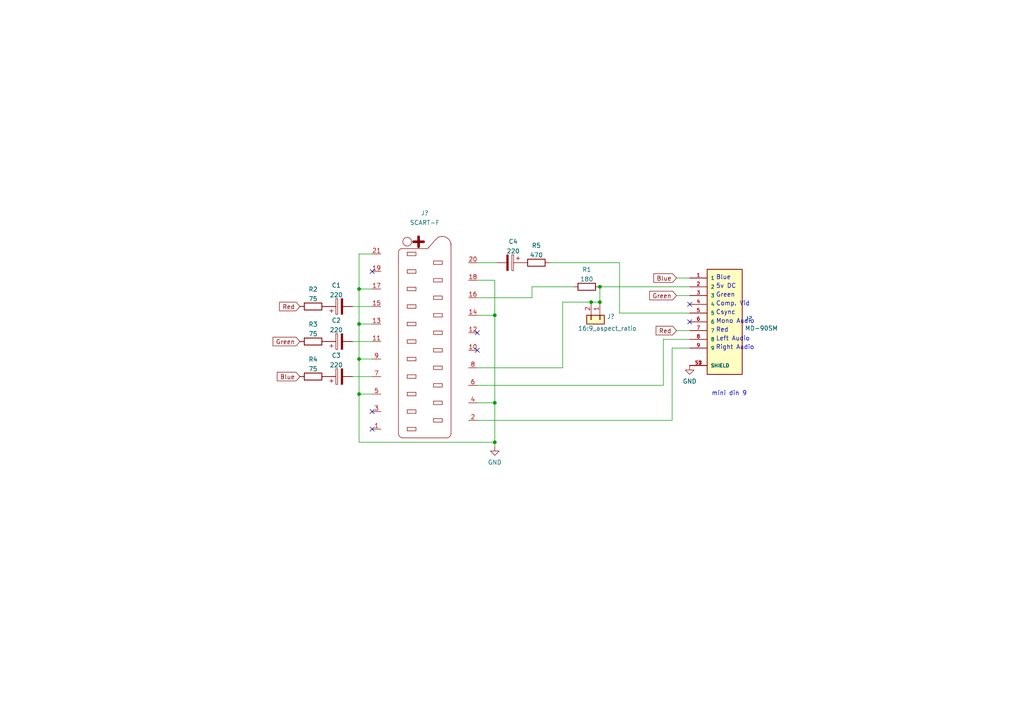
<source format=kicad_sch>
(kicad_sch (version 20211123) (generator eeschema)
  (paper "A4")
  (lib_symbols
    (symbol "Connector:SCART-F" (pin_names (offset 0.762) hide)
      (property "Reference" "J" (at 0 31.75 0))
      (property "Value" "SCART-F" (at 1.016 -29.21 0))
      (symbol "SCART-F_0_1"
        (arc (start -7.62 -26.67) (mid -7.248 -27.568) (end -6.35 -27.94))
        (arc (start -6.604 26.9494) (mid -7.3224 26.6518) (end -7.62 25.9334))
        (rectangle (start -5.08 -24.892) (end -2.54 -25.908))
        (rectangle (start -5.08 -19.812) (end -2.54 -20.828))
        (rectangle (start -5.08 -14.732) (end -2.54 -15.748))
        (rectangle (start -5.08 -9.652) (end -2.54 -10.668))
        (rectangle (start -5.08 -4.572) (end -2.54 -5.588))
        (rectangle (start -5.08 0.508) (end -2.54 -0.508))
        (rectangle (start -5.08 5.588) (end -2.54 4.572))
        (rectangle (start -5.08 10.668) (end -2.54 9.652))
        (rectangle (start -5.08 15.748) (end -2.54 14.732))
        (rectangle (start -5.08 20.828) (end -2.54 19.812))
        (rectangle (start -5.08 25.908) (end -2.54 24.892))
        (circle (center -5.08 28.956) (radius 1.27))
        (polyline (pts (xy -7.62 22.86) (xy -7.62 -26.67)))
        (polyline (pts (xy -7.62 22.86) (xy -7.62 24.13)))
        (polyline (pts (xy -7.62 24.6634) (xy -7.62 24.13)))
        (polyline (pts (xy -7.62 24.6634) (xy -7.62 25.9334)))
        (polyline (pts (xy -6.604 26.9494) (xy 0.508 26.9494)))
        (polyline (pts (xy -6.35 -27.94) (xy 6.35 -27.94)))
        (polyline (pts (xy 3.302 29.718) (xy 1.27 27.432)))
        (polyline (pts (xy 4.826 30.48) (xy 5.08 30.48)))
        (polyline (pts (xy 7.62 -26.67) (xy 7.62 28.2194)))
        (arc (start 0.508 26.924) (mid 0.955 27.0688) (end 1.2192 27.4574))
        (rectangle (start 2.54 -22.352) (end 5.08 -23.368))
        (rectangle (start 2.54 -17.272) (end 5.08 -18.288))
        (rectangle (start 2.54 -12.192) (end 5.08 -13.208))
        (rectangle (start 2.54 -7.112) (end 5.08 -8.128))
        (rectangle (start 2.54 -2.032) (end 5.08 -3.048))
        (rectangle (start 2.54 3.048) (end 5.08 2.032))
        (rectangle (start 2.54 8.128) (end 5.08 7.112))
        (rectangle (start 2.54 13.208) (end 5.08 12.192))
        (rectangle (start 2.54 18.288) (end 5.08 17.272))
        (rectangle (start 2.54 23.368) (end 5.08 22.352))
        (arc (start 4.826 30.48) (mid 4.0004 30.2733) (end 3.3782 29.6926))
        (arc (start 6.35 -27.94) (mid 7.248 -27.568) (end 7.62 -26.67))
        (arc (start 7.62 27.94) (mid 6.8761 29.7361) (end 5.08 30.48))
        (text "+" (at -1.778 29.21 0) (effects (font (size 3.81 3.81) bold)))
      )
      (symbol "SCART-F_1_1"
        (pin passive line (at -15.24 -25.4 0) (length 2.54) (name "P1") (number "1"))
        (pin passive line (at 15.24 -2.54 180) (length 2.54) (name "P10") (number "10"))
        (pin passive line (at -15.24 0 0) (length 2.54) (name "P11") (number "11"))
        (pin passive line (at 15.24 2.54 180) (length 2.54) (name "P12") (number "12"))
        (pin passive line (at -15.24 5.08 0) (length 2.54) (name "P13") (number "13"))
        (pin passive line (at 15.24 7.62 180) (length 2.54) (name "P14") (number "14"))
        (pin passive line (at -15.24 10.16 0) (length 2.54) (name "P15") (number "15"))
        (pin passive line (at 15.24 12.7 180) (length 2.54) (name "P16") (number "16"))
        (pin passive line (at -15.24 15.24 0) (length 2.54) (name "P17") (number "17"))
        (pin passive line (at 15.24 17.78 180) (length 2.54) (name "P18") (number "18"))
        (pin passive line (at -15.24 20.32 0) (length 2.54) (name "P19") (number "19"))
        (pin passive line (at 15.24 -22.86 180) (length 2.54) (name "P2") (number "2"))
        (pin passive line (at 15.24 22.86 180) (length 2.54) (name "P20") (number "20"))
        (pin passive line (at -15.24 25.4 0) (length 2.54) (name "P21") (number "21"))
        (pin passive line (at -15.24 -20.32 0) (length 2.54) (name "P3") (number "3"))
        (pin passive line (at 15.24 -17.78 180) (length 2.54) (name "P4") (number "4"))
        (pin passive line (at -15.24 -15.24 0) (length 2.54) (name "P5") (number "5"))
        (pin passive line (at 15.24 -12.7 180) (length 2.54) (name "P6") (number "6"))
        (pin passive line (at -15.24 -10.16 0) (length 2.54) (name "P7") (number "7"))
        (pin passive line (at 15.24 -7.62 180) (length 2.54) (name "P8") (number "8"))
        (pin passive line (at -15.24 -5.08 0) (length 2.54) (name "P9") (number "9"))
      )
    )
    (symbol "Connector_Generic:Conn_01x02" (pin_names (offset 1.016) hide)
      (property "Reference" "J" (at 0 2.54 0))
      (property "Value" "Conn_01x02" (at 0 -5.08 0))
      (symbol "Conn_01x02_1_1"
        (rectangle (start -1.27 -2.413) (end 0 -2.667) (stroke (width 0.1524)))
        (rectangle (start -1.27 0.127) (end 0 -0.127) (stroke (width 0.1524)))
        (rectangle (start -1.27 1.27) (end 1.27 -3.81) (stroke (width 0.254)) (fill (type background)))
        (pin passive line (at -5.08 0 0) (length 3.81) (name "Pin_1") (number "1"))
        (pin passive line (at -5.08 -2.54 0) (length 3.81) (name "Pin_2") (number "2"))
      )
    )
    (symbol "Device:C_Polarized" (pin_numbers hide) (pin_names (offset 0.254))
      (property "Reference" "C" (at 0.635 2.54 0))
      (property "Value" "C_Polarized" (at 0.635 -2.54 0))
      (symbol "C_Polarized_0_1"
        (rectangle (start -2.286 0.508) (end 2.286 1.016))
        (polyline (pts (xy -1.778 2.286) (xy -0.762 2.286)))
        (polyline (pts (xy -1.27 2.794) (xy -1.27 1.778)))
        (rectangle (start 2.286 -0.508) (end -2.286 -1.016) (fill (type outline)))
      )
      (symbol "C_Polarized_1_1"
        (pin passive line (at 0 3.81 270) (length 2.794) (name "~") (number "1"))
        (pin passive line (at 0 -3.81 90) (length 2.794) (name "~") (number "2"))
      )
    )
    (symbol "Device:R" (pin_numbers hide) (pin_names (offset 0))
      (property "Reference" "R" (at 2.032 0 90))
      (property "Value" "R" (at 0 0 90))
      (symbol "R_0_1"
        (rectangle (start -1.016 -2.54) (end 1.016 2.54) (stroke (width 0.254)))
      )
      (symbol "R_1_1"
        (pin passive line (at 0 3.81 270) (length 1.27) (name "~") (number "1"))
        (pin passive line (at 0 -3.81 90) (length 1.27) (name "~") (number "2"))
      )
    )
    (symbol "Evan's misc parts:MD-90SM" (pin_names (offset 1.016))
      (property "Reference" "J" (at -5.08 16.002 0))
      (property "Value" "MD-90SM" (at -5.08 -17.78 0))
      (symbol "MD-90SM_0_0"
        (rectangle (start -5.08 -15.24) (end 5.08 15.24) (stroke (width 0.254)) (fill (type background)))
        (pin passive line (at -10.16 12.7 0) (length 5.08) (name "1") (number "1"))
        (pin passive line (at -10.16 10.16 0) (length 5.08) (name "2") (number "2"))
        (pin passive line (at -10.16 7.62 0) (length 5.08) (name "3") (number "3"))
        (pin passive line (at -10.16 5.08 0) (length 5.08) (name "4") (number "4"))
        (pin passive line (at -10.16 2.54 0) (length 5.08) (name "5") (number "5"))
        (pin passive line (at -10.16 0 0) (length 5.08) (name "6") (number "6"))
        (pin passive line (at -10.16 -2.54 0) (length 5.08) (name "7") (number "7"))
        (pin passive line (at -10.16 -5.08 0) (length 5.08) (name "8") (number "8"))
        (pin passive line (at -10.16 -7.62 0) (length 5.08) (name "9") (number "9"))
        (pin passive line (at -10.16 -12.7 0) (length 5.08) (name "SHIELD") (number "S1"))
        (pin passive line (at -10.16 -12.7 0) (length 5.08) (name "SHIELD") (number "S2"))
        (pin passive line (at -10.16 -12.7 0) (length 5.08) (name "SHIELD") (number "S3"))
      )
    )
    (symbol "power:GND" (power) (pin_names (offset 0))
      (property "Value" "GND" (at 0 -3.81 0))
      (symbol "GND_0_1"
        (polyline (pts (xy 0 0) (xy 0 -1.27) (xy 1.27 -1.27) (xy 0 -2.54) (xy -1.27 -1.27) (xy 0 -1.27)))
      )
      (symbol "GND_1_1"
        (pin power_in line (at 0 0 270) (length 0) hide (name "GND") (number "1"))
      )
    )
  )
  (junction (at 173.99 83.185))
  (junction (at 104.14 104.14))
  (junction (at 143.51 128.27))
  (junction (at 104.14 83.82))
  (junction (at 173.99 87.63))
  (junction (at 143.51 91.44))
  (junction (at 104.14 114.3))
  (junction (at 104.14 93.98))
  (junction (at 143.51 116.84))
  (junction (at 171.45 87.63))
  (no_connect (at 138.43 101.6))
  (no_connect (at 138.43 96.52))
  (no_connect (at 200.025 93.345))
  (no_connect (at 107.95 119.38))
  (no_connect (at 107.95 124.46))
  (no_connect (at 107.95 78.74))
  (no_connect (at 200.025 88.265))
  (wire (pts (xy 102.235 99.06) (xy 107.95 99.06)))
  (wire (pts (xy 104.14 128.27) (xy 143.51 128.27)))
  (wire (pts (xy 104.14 114.3) (xy 107.95 114.3)))
  (wire (pts (xy 104.14 114.3) (xy 104.14 128.27)))
  (wire (pts (xy 107.95 73.66) (xy 104.14 73.66)))
  (wire (pts (xy 102.235 109.22) (xy 107.95 109.22)))
  (wire (pts (xy 194.945 100.965) (xy 194.945 121.92)))
  (wire (pts (xy 159.385 76.2) (xy 179.705 76.2)))
  (wire (pts (xy 143.51 81.28) (xy 143.51 91.44)))
  (wire (pts (xy 143.51 81.28) (xy 138.43 81.28)))
  (wire (pts (xy 154.305 83.185) (xy 166.37 83.185)))
  (wire (pts (xy 104.14 73.66) (xy 104.14 83.82)))
  (wire (pts (xy 196.215 85.725) (xy 200.025 85.725)))
  (wire (pts (xy 173.99 83.185) (xy 200.025 83.185)))
  (wire (pts (xy 138.43 86.36) (xy 154.305 86.36)))
  (wire (pts (xy 163.195 106.68) (xy 163.195 87.63)))
  (wire (pts (xy 154.305 86.36) (xy 154.305 83.185)))
  (wire (pts (xy 179.705 90.805) (xy 200.025 90.805)))
  (wire (pts (xy 143.51 128.27) (xy 143.51 129.54)))
  (wire (pts (xy 107.95 83.82) (xy 104.14 83.82)))
  (wire (pts (xy 104.14 93.98) (xy 107.95 93.98)))
  (wire (pts (xy 102.235 88.9) (xy 107.95 88.9)))
  (wire (pts (xy 163.195 87.63) (xy 171.45 87.63)))
  (wire (pts (xy 196.215 95.885) (xy 200.025 95.885)))
  (wire (pts (xy 143.51 91.44) (xy 143.51 116.84)))
  (wire (pts (xy 104.14 83.82) (xy 104.14 93.98)))
  (wire (pts (xy 143.51 91.44) (xy 138.43 91.44)))
  (wire (pts (xy 200.025 100.965) (xy 194.945 100.965)))
  (wire (pts (xy 171.45 87.63) (xy 173.99 87.63)))
  (wire (pts (xy 104.14 93.98) (xy 104.14 104.14)))
  (wire (pts (xy 138.43 111.76) (xy 192.405 111.76)))
  (wire (pts (xy 144.145 76.2) (xy 138.43 76.2)))
  (wire (pts (xy 173.99 83.185) (xy 173.99 87.63)))
  (wire (pts (xy 138.43 106.68) (xy 163.195 106.68)))
  (wire (pts (xy 179.705 76.2) (xy 179.705 90.805)))
  (wire (pts (xy 192.405 98.425) (xy 192.405 111.76)))
  (wire (pts (xy 143.51 116.84) (xy 143.51 128.27)))
  (wire (pts (xy 194.945 121.92) (xy 138.43 121.92)))
  (wire (pts (xy 192.405 98.425) (xy 200.025 98.425)))
  (wire (pts (xy 196.215 80.645) (xy 200.025 80.645)))
  (wire (pts (xy 104.14 104.14) (xy 104.14 114.3)))
  (wire (pts (xy 104.14 104.14) (xy 107.95 104.14)))
  (wire (pts (xy 143.51 116.84) (xy 138.43 116.84)))
  (text "5v DC" (at 207.645 83.82 0) (effects (font (size 1.27 1.27)) (justify left bottom)))
  (text "Green" (at 207.645 86.36 0) (effects (font (size 1.27 1.27)) (justify left bottom)))
  (text "Comp. Vid" (at 207.645 88.9 0) (effects (font (size 1.27 1.27)) (justify left bottom)))
  (text "Right Audio" (at 207.5991 101.5651 0) (effects (font (size 1.27 1.27)) (justify left bottom)))
  (text "mini din 9" (at 206.375 114.935 0) (effects (font (size 1.27 1.27)) (justify left bottom)))
  (text "Red" (at 207.645 96.52 0) (effects (font (size 1.27 1.27)) (justify left bottom)))
  (text "Mono Audio" (at 207.645 93.98 0) (effects (font (size 1.27 1.27)) (justify left bottom)))
  (text "Blue" (at 207.645 81.28 0) (effects (font (size 1.27 1.27)) (justify left bottom)))
  (text "Left Audio" (at 207.645 99.06 0) (effects (font (size 1.27 1.27)) (justify left bottom)))
  (text "Csync" (at 207.645 91.44 0) (effects (font (size 1.27 1.27)) (justify left bottom)))
  (global_label "Green" (shape input) (at 196.215 85.725 180) (property "Intersheet References" "${INTERSHEET_REFS}" (effects hide)))
  (global_label "Green" (shape input) (at 86.995 99.06 180) (property "Intersheet References" "${INTERSHEET_REFS}" (effects hide)))
  (global_label "Red" (shape input) (at 196.215 95.885 180) (property "Intersheet References" "${INTERSHEET_REFS}" (effects hide)))
  (global_label "Blue" (shape input) (at 86.995 109.22 180) (property "Intersheet References" "${INTERSHEET_REFS}" (effects hide)))
  (global_label "Red" (shape input) (at 86.995 88.9 180) (property "Intersheet References" "${INTERSHEET_REFS}" (effects hide)))
  (global_label "Blue" (shape input) (at 196.215 80.645 180) (property "Intersheet References" "${INTERSHEET_REFS}" (effects hide)))
  (symbol (lib_id "power:GND") (at 143.51 129.54 0) (unit 1)
    (property "Reference" "#PWR?" (effects hide))
    (property "Value" "GND" (at 143.51 134.1025 0))
  )
  (symbol (lib_id "Device:C_Polarized") (at 98.425 99.06 90) (unit 1)
    (property "Reference" "C2" (at 97.536 92.9345 90))
    (property "Value" "220" (at 97.536 95.7096 90))
  )
  (symbol (lib_id "Device:R") (at 90.805 99.06 90) (unit 1)
    (property "Reference" "R3" (at 90.805 94.0775 90))
    (property "Value" "75" (at 90.805 96.8526 90))
  )
  (symbol (lib_id "Device:R") (at 90.805 109.22 90) (unit 1)
    (property "Reference" "R4" (at 90.805 104.2375 90))
    (property "Value" "75" (at 90.805 107.0126 90))
  )
  (symbol (lib_id "Device:R") (at 170.18 83.185 90) (unit 1)
    (property "Reference" "R1" (at 170.18 78.2025 90))
    (property "Value" "180" (at 170.18 80.9776 90))
  )
  (symbol (lib_id "Evan's misc parts:MD-90SM") (at 210.185 93.345 0) (unit 1)
    (property "Reference" "J?" (at 216.027 92.4365 0) (effects (justify left)))
    (property "Value" "MD-90SM" (at 216.027 95.2116 0) (effects (justify left)))
    (property "Footprint" "CUI_MD-90SM" (effects hide))
    (property "MANUFACTURER" "CUI" (effects hide))
    (property "PARTREV" "02/18/2022" (effects hide))
    (property "STANDARD" "Manufacturer Recommendations" (effects hide))
    (property "MAXIMUM_PACKAGE_HEIGHT" "13.6 mm" (effects hide))
  )
  (symbol (lib_id "Device:C_Polarized") (at 98.425 88.9 90) (unit 1)
    (property "Reference" "C1" (at 97.536 82.7745 90))
    (property "Value" "220" (at 97.536 85.5496 90))
  )
  (symbol (lib_id "Device:R") (at 90.805 88.9 90) (unit 1)
    (property "Reference" "R2" (at 90.805 83.9175 90))
    (property "Value" "75" (at 90.805 86.6926 90))
  )
  (symbol (lib_id "Device:C_Polarized") (at 147.955 76.2 270) (unit 1)
    (property "Reference" "C4" (at 148.844 70.0745 90))
    (property "Value" "220" (at 148.844 72.8496 90))
  )
  (symbol (lib_id "Connector_Generic:Conn_01x02") (at 173.99 92.71 270) (unit 1)
    (property "Reference" "J?" (at 176.022 91.8015 90) (effects (justify left)))
    (property "Value" "16:9_aspect_ratio" (at 167.64 95.25 90) (effects (justify left)))
  )
  (symbol (lib_id "power:GND") (at 200.025 106.045 0) (unit 1)
    (property "Reference" "#PWR?" (effects hide))
    (property "Value" "GND" (at 200.025 110.6075 0))
  )
  (symbol (lib_id "Connector:SCART-F") (at 123.19 99.06 0) (unit 1)
    (property "Reference" "J?" (at 123.19 61.8005 0))
    (property "Value" "SCART-F" (at 123.19 64.5756 0))
    (property "Datasheet" " ~" (effects hide))
  )
  (symbol (lib_id "Device:R") (at 155.575 76.2 90) (unit 1)
    (property "Reference" "R5" (at 155.575 71.2175 90))
    (property "Value" "470" (at 155.575 73.9926 90))
  )
  (symbol (lib_id "Device:C_Polarized") (at 98.425 109.22 90) (unit 1)
    (property "Reference" "C3" (at 97.536 103.0945 90))
    (property "Value" "220" (at 97.536 105.8696 90))
  )
)
</source>
